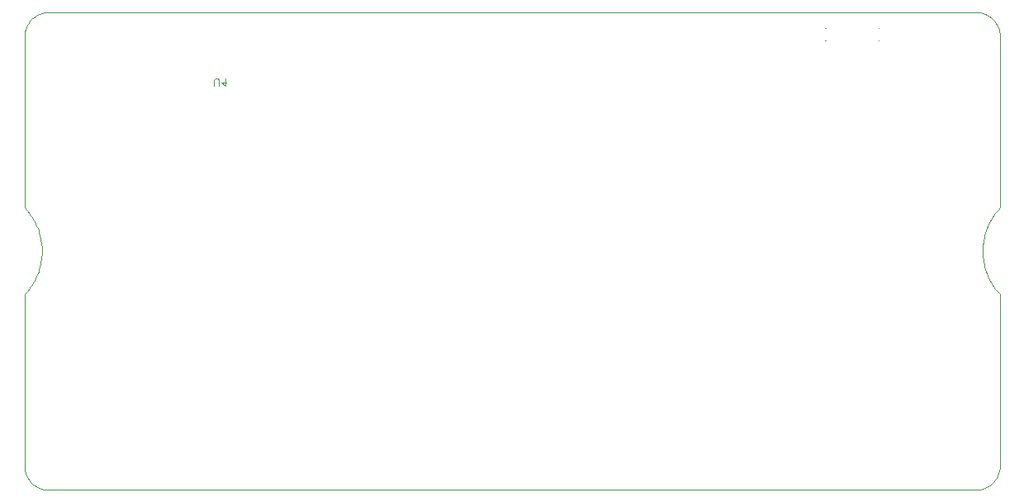
<source format=gm1>
G04*
G04 #@! TF.GenerationSoftware,Altium Limited,Altium Designer,22.0.2 (36)*
G04*
G04 Layer_Color=16711935*
%FSLAX25Y25*%
%MOIN*%
G70*
G04*
G04 #@! TF.SameCoordinates,A5FD766F-ED0D-4258-BB47-254A20FAC7F6*
G04*
G04*
G04 #@! TF.FilePolarity,Positive*
G04*
G01*
G75*
%ADD15C,0.00394*%
%ADD95C,0.00100*%
%ADD96C,0.00000*%
D15*
X76500Y163001D02*
Y165500D01*
X77000Y166000D01*
X78000D01*
X78499Y165500D01*
Y163001D01*
X80999Y166000D02*
Y163001D01*
X79499Y164500D01*
X81498D01*
D95*
X393650Y114040D02*
X392982Y113309D01*
X392343Y112552D01*
X391734Y111771D01*
X391156Y110967D01*
X390610Y110141D01*
X390096Y109294D01*
X389615Y108428D01*
X389169Y107544D01*
X388757Y106643D01*
X388381Y105726D01*
X388041Y104796D01*
X387737Y103853D01*
X387471Y102900D01*
X387241Y101936D01*
X387050Y100964D01*
X386896Y99986D01*
X386781Y99002D01*
X386703Y98015D01*
X386665Y97025D01*
Y96035D01*
X386703Y95045D01*
X386781Y94058D01*
X386896Y93074D01*
X387050Y92096D01*
X387241Y91124D01*
X387471Y90160D01*
X387737Y89206D01*
X388041Y88264D01*
X388381Y87334D01*
X388757Y86417D01*
X389169Y85516D01*
X389615Y84632D01*
X390096Y83766D01*
X390610Y82919D01*
X391156Y82093D01*
X391734Y81289D01*
X392343Y80508D01*
X392982Y79751D01*
X393650Y79020D01*
X393650Y183095D02*
X393602Y184063D01*
X393460Y185021D01*
X393225Y185962D01*
X392898Y186874D01*
X392484Y187750D01*
X391986Y188581D01*
X391408Y189360D01*
X390758Y190078D01*
X390040Y190728D01*
X389261Y191306D01*
X388430Y191804D01*
X387554Y192218D01*
X386642Y192545D01*
X385701Y192780D01*
X384743Y192922D01*
X383775Y192970D01*
X383790Y40D02*
X384821Y94D01*
X385840Y255D01*
X386837Y523D01*
X387800Y892D01*
X388720Y1361D01*
X389586Y1923D01*
X390388Y2573D01*
X391117Y3302D01*
X391767Y4104D01*
X392329Y4970D01*
X392798Y5890D01*
X393167Y6853D01*
X393435Y7850D01*
X393596Y8869D01*
X393650Y9900D01*
X-60D02*
X-6Y8869D01*
X155Y7850D01*
X423Y6853D01*
X792Y5890D01*
X1261Y4970D01*
X1823Y4104D01*
X2473Y3302D01*
X3202Y2573D01*
X4004Y1923D01*
X4870Y1361D01*
X5790Y892D01*
X6753Y523D01*
X7750Y255D01*
X8769Y94D01*
X9800Y40D01*
X9815Y192970D02*
X8847Y192922D01*
X7888Y192780D01*
X6948Y192545D01*
X6036Y192218D01*
X5160Y191804D01*
X4329Y191306D01*
X3550Y190728D01*
X2832Y190078D01*
X2182Y189360D01*
X1604Y188581D01*
X1106Y187750D01*
X692Y186874D01*
X365Y185962D01*
X130Y185021D01*
X-13Y184063D01*
X-60Y183095D01*
X-60Y79020D02*
X608Y79751D01*
X1247Y80508D01*
X1856Y81289D01*
X2434Y82093D01*
X2980Y82919D01*
X3494Y83766D01*
X3975Y84632D01*
X4421Y85517D01*
X4832Y86417D01*
X5209Y87334D01*
X5549Y88264D01*
X5852Y89206D01*
X6119Y90160D01*
X6349Y91124D01*
X6540Y92096D01*
X6694Y93074D01*
X6809Y94058D01*
X6887Y95045D01*
X6925Y96035D01*
Y97025D01*
X6887Y98015D01*
X6809Y99002D01*
X6694Y99986D01*
X6540Y100964D01*
X6349Y101936D01*
X6119Y102900D01*
X5852Y103853D01*
X5549Y104796D01*
X5209Y105726D01*
X4832Y106643D01*
X4421Y107544D01*
X3975Y108428D01*
X3494Y109294D01*
X2980Y110141D01*
X2434Y110967D01*
X1856Y111771D01*
X1247Y112552D01*
X608Y113309D01*
X-60Y114040D01*
X9815Y192970D02*
X383775D01*
X393650Y9890D02*
Y79020D01*
Y114040D02*
Y183110D01*
X9800Y40D02*
X383790D01*
X-60Y114040D02*
Y183110D01*
Y9890D02*
Y79020D01*
D96*
X323193Y181638D02*
X323350D01*
X323193Y186362D02*
X323350D01*
X344650Y181638D02*
X344807D01*
X344650Y186362D02*
X344807D01*
M02*

</source>
